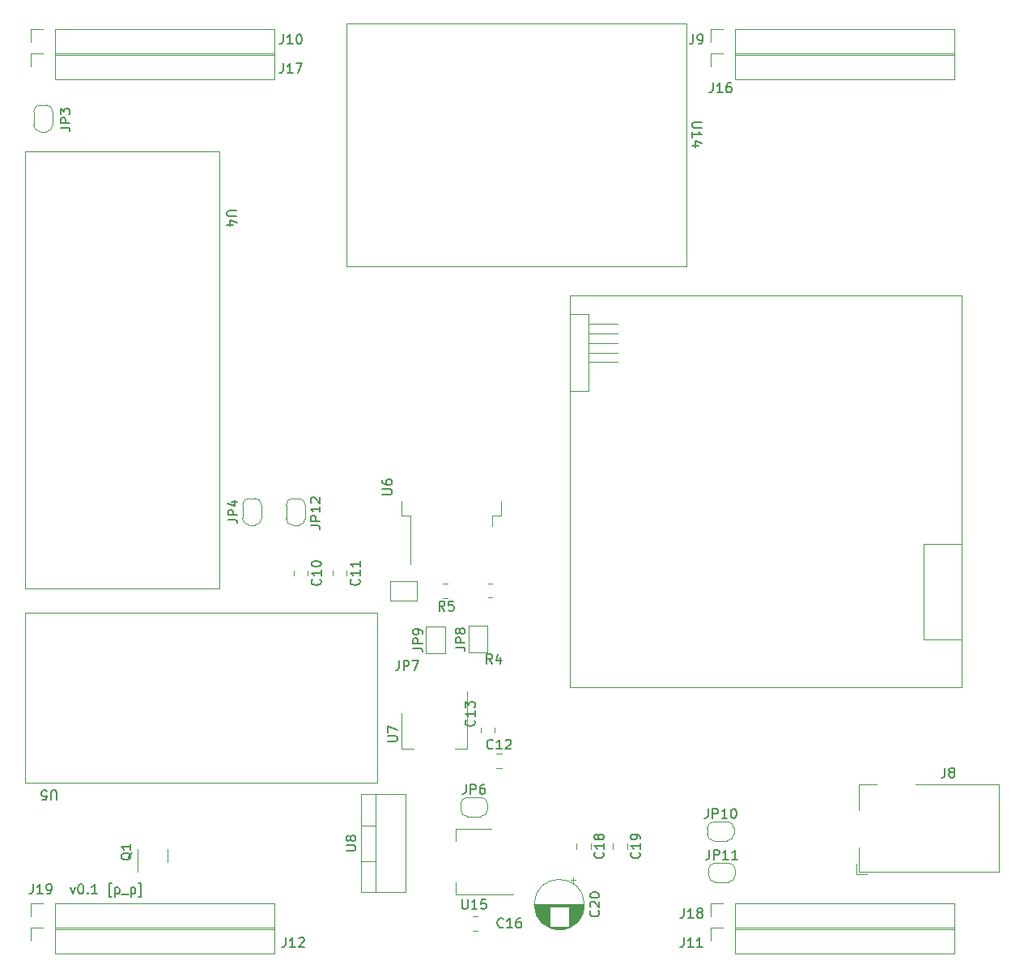
<source format=gbr>
%TF.GenerationSoftware,KiCad,Pcbnew,6.0.7-f9a2dced07~116~ubuntu20.04.1*%
%TF.CreationDate,2022-10-31T14:42:26+01:00*%
%TF.ProjectId,av_citynode_hw,61765f63-6974-4796-9e6f-64655f68772e,rev?*%
%TF.SameCoordinates,Original*%
%TF.FileFunction,Legend,Top*%
%TF.FilePolarity,Positive*%
%FSLAX46Y46*%
G04 Gerber Fmt 4.6, Leading zero omitted, Abs format (unit mm)*
G04 Created by KiCad (PCBNEW 6.0.7-f9a2dced07~116~ubuntu20.04.1) date 2022-10-31 14:42:26*
%MOMM*%
%LPD*%
G01*
G04 APERTURE LIST*
%ADD10C,0.150000*%
%ADD11C,0.120000*%
G04 APERTURE END LIST*
D10*
%TO.C,J10*%
X135334476Y-170902380D02*
X135334476Y-171616666D01*
X135286857Y-171759523D01*
X135191619Y-171854761D01*
X135048761Y-171902380D01*
X134953523Y-171902380D01*
X136334476Y-171902380D02*
X135763047Y-171902380D01*
X136048761Y-171902380D02*
X136048761Y-170902380D01*
X135953523Y-171045238D01*
X135858285Y-171140476D01*
X135763047Y-171188095D01*
X136953523Y-170902380D02*
X137048761Y-170902380D01*
X137144000Y-170950000D01*
X137191619Y-170997619D01*
X137239238Y-171092857D01*
X137286857Y-171283333D01*
X137286857Y-171521428D01*
X137239238Y-171711904D01*
X137191619Y-171807142D01*
X137144000Y-171854761D01*
X137048761Y-171902380D01*
X136953523Y-171902380D01*
X136858285Y-171854761D01*
X136810666Y-171807142D01*
X136763047Y-171711904D01*
X136715428Y-171521428D01*
X136715428Y-171283333D01*
X136763047Y-171092857D01*
X136810666Y-170997619D01*
X136858285Y-170950000D01*
X136953523Y-170902380D01*
%TO.C,U7*%
X146264380Y-244855904D02*
X147073904Y-244855904D01*
X147169142Y-244808285D01*
X147216761Y-244760666D01*
X147264380Y-244665428D01*
X147264380Y-244474952D01*
X147216761Y-244379714D01*
X147169142Y-244332095D01*
X147073904Y-244284476D01*
X146264380Y-244284476D01*
X146264380Y-243903523D02*
X146264380Y-243236857D01*
X147264380Y-243665428D01*
%TO.C,U6*%
X145710380Y-219020904D02*
X146519904Y-219020904D01*
X146615142Y-218973285D01*
X146662761Y-218925666D01*
X146710380Y-218830428D01*
X146710380Y-218639952D01*
X146662761Y-218544714D01*
X146615142Y-218497095D01*
X146519904Y-218449476D01*
X145710380Y-218449476D01*
X145710380Y-217544714D02*
X145710380Y-217735190D01*
X145758000Y-217830428D01*
X145805619Y-217878047D01*
X145948476Y-217973285D01*
X146138952Y-218020904D01*
X146519904Y-218020904D01*
X146615142Y-217973285D01*
X146662761Y-217925666D01*
X146710380Y-217830428D01*
X146710380Y-217639952D01*
X146662761Y-217544714D01*
X146615142Y-217497095D01*
X146519904Y-217449476D01*
X146281809Y-217449476D01*
X146186571Y-217497095D01*
X146138952Y-217544714D01*
X146091333Y-217639952D01*
X146091333Y-217830428D01*
X146138952Y-217925666D01*
X146186571Y-217973285D01*
X146281809Y-218020904D01*
%TO.C,Q1*%
X119487619Y-256508238D02*
X119440000Y-256603476D01*
X119344761Y-256698714D01*
X119201904Y-256841571D01*
X119154285Y-256936809D01*
X119154285Y-257032047D01*
X119392380Y-256984428D02*
X119344761Y-257079666D01*
X119249523Y-257174904D01*
X119059047Y-257222523D01*
X118725714Y-257222523D01*
X118535238Y-257174904D01*
X118440000Y-257079666D01*
X118392380Y-256984428D01*
X118392380Y-256793952D01*
X118440000Y-256698714D01*
X118535238Y-256603476D01*
X118725714Y-256555857D01*
X119059047Y-256555857D01*
X119249523Y-256603476D01*
X119344761Y-256698714D01*
X119392380Y-256793952D01*
X119392380Y-256984428D01*
X119392380Y-255603476D02*
X119392380Y-256174904D01*
X119392380Y-255889190D02*
X118392380Y-255889190D01*
X118535238Y-255984428D01*
X118630476Y-256079666D01*
X118678095Y-256174904D01*
%TO.C,C13*%
X155297142Y-242638857D02*
X155344761Y-242686476D01*
X155392380Y-242829333D01*
X155392380Y-242924571D01*
X155344761Y-243067428D01*
X155249523Y-243162666D01*
X155154285Y-243210285D01*
X154963809Y-243257904D01*
X154820952Y-243257904D01*
X154630476Y-243210285D01*
X154535238Y-243162666D01*
X154440000Y-243067428D01*
X154392380Y-242924571D01*
X154392380Y-242829333D01*
X154440000Y-242686476D01*
X154487619Y-242638857D01*
X155392380Y-241686476D02*
X155392380Y-242257904D01*
X155392380Y-241972190D02*
X154392380Y-241972190D01*
X154535238Y-242067428D01*
X154630476Y-242162666D01*
X154678095Y-242257904D01*
X154392380Y-241353142D02*
X154392380Y-240734095D01*
X154773333Y-241067428D01*
X154773333Y-240924571D01*
X154820952Y-240829333D01*
X154868571Y-240781714D01*
X154963809Y-240734095D01*
X155201904Y-240734095D01*
X155297142Y-240781714D01*
X155344761Y-240829333D01*
X155392380Y-240924571D01*
X155392380Y-241210285D01*
X155344761Y-241305523D01*
X155297142Y-241353142D01*
%TO.C,J11*%
X177244476Y-265390380D02*
X177244476Y-266104666D01*
X177196857Y-266247523D01*
X177101619Y-266342761D01*
X176958761Y-266390380D01*
X176863523Y-266390380D01*
X178244476Y-266390380D02*
X177673047Y-266390380D01*
X177958761Y-266390380D02*
X177958761Y-265390380D01*
X177863523Y-265533238D01*
X177768285Y-265628476D01*
X177673047Y-265676095D01*
X179196857Y-266390380D02*
X178625428Y-266390380D01*
X178911142Y-266390380D02*
X178911142Y-265390380D01*
X178815904Y-265533238D01*
X178720666Y-265628476D01*
X178625428Y-265676095D01*
%TO.C,J17*%
X135334476Y-173950380D02*
X135334476Y-174664666D01*
X135286857Y-174807523D01*
X135191619Y-174902761D01*
X135048761Y-174950380D01*
X134953523Y-174950380D01*
X136334476Y-174950380D02*
X135763047Y-174950380D01*
X136048761Y-174950380D02*
X136048761Y-173950380D01*
X135953523Y-174093238D01*
X135858285Y-174188476D01*
X135763047Y-174236095D01*
X136667809Y-173950380D02*
X137334476Y-173950380D01*
X136905904Y-174950380D01*
%TO.C,U5*%
X111632904Y-250991619D02*
X111632904Y-250182095D01*
X111585285Y-250086857D01*
X111537666Y-250039238D01*
X111442428Y-249991619D01*
X111251952Y-249991619D01*
X111156714Y-250039238D01*
X111109095Y-250086857D01*
X111061476Y-250182095D01*
X111061476Y-250991619D01*
X110109095Y-250991619D02*
X110585285Y-250991619D01*
X110632904Y-250515428D01*
X110585285Y-250563047D01*
X110490047Y-250610666D01*
X110251952Y-250610666D01*
X110156714Y-250563047D01*
X110109095Y-250515428D01*
X110061476Y-250420190D01*
X110061476Y-250182095D01*
X110109095Y-250086857D01*
X110156714Y-250039238D01*
X110251952Y-249991619D01*
X110490047Y-249991619D01*
X110585285Y-250039238D01*
X110632904Y-250086857D01*
%TO.C,J19*%
X109172476Y-259802380D02*
X109172476Y-260516666D01*
X109124857Y-260659523D01*
X109029619Y-260754761D01*
X108886761Y-260802380D01*
X108791523Y-260802380D01*
X110172476Y-260802380D02*
X109601047Y-260802380D01*
X109886761Y-260802380D02*
X109886761Y-259802380D01*
X109791523Y-259945238D01*
X109696285Y-260040476D01*
X109601047Y-260088095D01*
X110648666Y-260802380D02*
X110839142Y-260802380D01*
X110934380Y-260754761D01*
X110982000Y-260707142D01*
X111077238Y-260564285D01*
X111124857Y-260373809D01*
X111124857Y-259992857D01*
X111077238Y-259897619D01*
X111029619Y-259850000D01*
X110934380Y-259802380D01*
X110743904Y-259802380D01*
X110648666Y-259850000D01*
X110601047Y-259897619D01*
X110553428Y-259992857D01*
X110553428Y-260230952D01*
X110601047Y-260326190D01*
X110648666Y-260373809D01*
X110743904Y-260421428D01*
X110934380Y-260421428D01*
X111029619Y-260373809D01*
X111077238Y-260326190D01*
X111124857Y-260230952D01*
%TO.C,JP6*%
X154472666Y-249366380D02*
X154472666Y-250080666D01*
X154425047Y-250223523D01*
X154329809Y-250318761D01*
X154186952Y-250366380D01*
X154091714Y-250366380D01*
X154948857Y-250366380D02*
X154948857Y-249366380D01*
X155329809Y-249366380D01*
X155425047Y-249414000D01*
X155472666Y-249461619D01*
X155520285Y-249556857D01*
X155520285Y-249699714D01*
X155472666Y-249794952D01*
X155425047Y-249842571D01*
X155329809Y-249890190D01*
X154948857Y-249890190D01*
X156377428Y-249366380D02*
X156186952Y-249366380D01*
X156091714Y-249414000D01*
X156044095Y-249461619D01*
X155948857Y-249604476D01*
X155901238Y-249794952D01*
X155901238Y-250175904D01*
X155948857Y-250271142D01*
X155996476Y-250318761D01*
X156091714Y-250366380D01*
X156282190Y-250366380D01*
X156377428Y-250318761D01*
X156425047Y-250271142D01*
X156472666Y-250175904D01*
X156472666Y-249937809D01*
X156425047Y-249842571D01*
X156377428Y-249794952D01*
X156282190Y-249747333D01*
X156091714Y-249747333D01*
X155996476Y-249794952D01*
X155948857Y-249842571D01*
X155901238Y-249937809D01*
%TO.C,C19*%
X172598142Y-256481857D02*
X172645761Y-256529476D01*
X172693380Y-256672333D01*
X172693380Y-256767571D01*
X172645761Y-256910428D01*
X172550523Y-257005666D01*
X172455285Y-257053285D01*
X172264809Y-257100904D01*
X172121952Y-257100904D01*
X171931476Y-257053285D01*
X171836238Y-257005666D01*
X171741000Y-256910428D01*
X171693380Y-256767571D01*
X171693380Y-256672333D01*
X171741000Y-256529476D01*
X171788619Y-256481857D01*
X172693380Y-255529476D02*
X172693380Y-256100904D01*
X172693380Y-255815190D02*
X171693380Y-255815190D01*
X171836238Y-255910428D01*
X171931476Y-256005666D01*
X171979095Y-256100904D01*
X172693380Y-255053285D02*
X172693380Y-254862809D01*
X172645761Y-254767571D01*
X172598142Y-254719952D01*
X172455285Y-254624714D01*
X172264809Y-254577095D01*
X171883857Y-254577095D01*
X171788619Y-254624714D01*
X171741000Y-254672333D01*
X171693380Y-254767571D01*
X171693380Y-254958047D01*
X171741000Y-255053285D01*
X171788619Y-255100904D01*
X171883857Y-255148523D01*
X172121952Y-255148523D01*
X172217190Y-255100904D01*
X172264809Y-255053285D01*
X172312428Y-254958047D01*
X172312428Y-254767571D01*
X172264809Y-254672333D01*
X172217190Y-254624714D01*
X172121952Y-254577095D01*
%TO.C,U16*%
X113078095Y-260135714D02*
X113316190Y-260802380D01*
X113554285Y-260135714D01*
X114125714Y-259802380D02*
X114220952Y-259802380D01*
X114316190Y-259850000D01*
X114363809Y-259897619D01*
X114411428Y-259992857D01*
X114459047Y-260183333D01*
X114459047Y-260421428D01*
X114411428Y-260611904D01*
X114363809Y-260707142D01*
X114316190Y-260754761D01*
X114220952Y-260802380D01*
X114125714Y-260802380D01*
X114030476Y-260754761D01*
X113982857Y-260707142D01*
X113935238Y-260611904D01*
X113887619Y-260421428D01*
X113887619Y-260183333D01*
X113935238Y-259992857D01*
X113982857Y-259897619D01*
X114030476Y-259850000D01*
X114125714Y-259802380D01*
X114887619Y-260707142D02*
X114935238Y-260754761D01*
X114887619Y-260802380D01*
X114840000Y-260754761D01*
X114887619Y-260707142D01*
X114887619Y-260802380D01*
X115887619Y-260802380D02*
X115316190Y-260802380D01*
X115601904Y-260802380D02*
X115601904Y-259802380D01*
X115506666Y-259945238D01*
X115411428Y-260040476D01*
X115316190Y-260088095D01*
X117363809Y-261135714D02*
X117125714Y-261135714D01*
X117125714Y-259707142D01*
X117363809Y-259707142D01*
X117744761Y-260135714D02*
X117744761Y-261135714D01*
X117744761Y-260183333D02*
X117840000Y-260135714D01*
X118030476Y-260135714D01*
X118125714Y-260183333D01*
X118173333Y-260230952D01*
X118220952Y-260326190D01*
X118220952Y-260611904D01*
X118173333Y-260707142D01*
X118125714Y-260754761D01*
X118030476Y-260802380D01*
X117840000Y-260802380D01*
X117744761Y-260754761D01*
X118411428Y-260897619D02*
X119173333Y-260897619D01*
X119411428Y-260135714D02*
X119411428Y-261135714D01*
X119411428Y-260183333D02*
X119506666Y-260135714D01*
X119697142Y-260135714D01*
X119792380Y-260183333D01*
X119840000Y-260230952D01*
X119887619Y-260326190D01*
X119887619Y-260611904D01*
X119840000Y-260707142D01*
X119792380Y-260754761D01*
X119697142Y-260802380D01*
X119506666Y-260802380D01*
X119411428Y-260754761D01*
X120220952Y-261135714D02*
X120459047Y-261135714D01*
X120459047Y-259707142D01*
X120220952Y-259707142D01*
%TO.C,C12*%
X157279142Y-245565142D02*
X157231523Y-245612761D01*
X157088666Y-245660380D01*
X156993428Y-245660380D01*
X156850571Y-245612761D01*
X156755333Y-245517523D01*
X156707714Y-245422285D01*
X156660095Y-245231809D01*
X156660095Y-245088952D01*
X156707714Y-244898476D01*
X156755333Y-244803238D01*
X156850571Y-244708000D01*
X156993428Y-244660380D01*
X157088666Y-244660380D01*
X157231523Y-244708000D01*
X157279142Y-244755619D01*
X158231523Y-245660380D02*
X157660095Y-245660380D01*
X157945809Y-245660380D02*
X157945809Y-244660380D01*
X157850571Y-244803238D01*
X157755333Y-244898476D01*
X157660095Y-244946095D01*
X158612476Y-244755619D02*
X158660095Y-244708000D01*
X158755333Y-244660380D01*
X158993428Y-244660380D01*
X159088666Y-244708000D01*
X159136285Y-244755619D01*
X159183904Y-244850857D01*
X159183904Y-244946095D01*
X159136285Y-245088952D01*
X158564857Y-245660380D01*
X159183904Y-245660380D01*
%TO.C,JP9*%
X148909380Y-235111333D02*
X149623666Y-235111333D01*
X149766523Y-235158952D01*
X149861761Y-235254190D01*
X149909380Y-235397047D01*
X149909380Y-235492285D01*
X149909380Y-234635142D02*
X148909380Y-234635142D01*
X148909380Y-234254190D01*
X148957000Y-234158952D01*
X149004619Y-234111333D01*
X149099857Y-234063714D01*
X149242714Y-234063714D01*
X149337952Y-234111333D01*
X149385571Y-234158952D01*
X149433190Y-234254190D01*
X149433190Y-234635142D01*
X149909380Y-233587523D02*
X149909380Y-233397047D01*
X149861761Y-233301809D01*
X149814142Y-233254190D01*
X149671285Y-233158952D01*
X149480809Y-233111333D01*
X149099857Y-233111333D01*
X149004619Y-233158952D01*
X148957000Y-233206571D01*
X148909380Y-233301809D01*
X148909380Y-233492285D01*
X148957000Y-233587523D01*
X149004619Y-233635142D01*
X149099857Y-233682761D01*
X149337952Y-233682761D01*
X149433190Y-233635142D01*
X149480809Y-233587523D01*
X149528428Y-233492285D01*
X149528428Y-233301809D01*
X149480809Y-233206571D01*
X149433190Y-233158952D01*
X149337952Y-233111333D01*
%TO.C,J12*%
X135588476Y-265390380D02*
X135588476Y-266104666D01*
X135540857Y-266247523D01*
X135445619Y-266342761D01*
X135302761Y-266390380D01*
X135207523Y-266390380D01*
X136588476Y-266390380D02*
X136017047Y-266390380D01*
X136302761Y-266390380D02*
X136302761Y-265390380D01*
X136207523Y-265533238D01*
X136112285Y-265628476D01*
X136017047Y-265676095D01*
X136969428Y-265485619D02*
X137017047Y-265438000D01*
X137112285Y-265390380D01*
X137350380Y-265390380D01*
X137445619Y-265438000D01*
X137493238Y-265485619D01*
X137540857Y-265580857D01*
X137540857Y-265676095D01*
X137493238Y-265818952D01*
X136921809Y-266390380D01*
X137540857Y-266390380D01*
%TO.C,C11*%
X143261142Y-227906857D02*
X143308761Y-227954476D01*
X143356380Y-228097333D01*
X143356380Y-228192571D01*
X143308761Y-228335428D01*
X143213523Y-228430666D01*
X143118285Y-228478285D01*
X142927809Y-228525904D01*
X142784952Y-228525904D01*
X142594476Y-228478285D01*
X142499238Y-228430666D01*
X142404000Y-228335428D01*
X142356380Y-228192571D01*
X142356380Y-228097333D01*
X142404000Y-227954476D01*
X142451619Y-227906857D01*
X143356380Y-226954476D02*
X143356380Y-227525904D01*
X143356380Y-227240190D02*
X142356380Y-227240190D01*
X142499238Y-227335428D01*
X142594476Y-227430666D01*
X142642095Y-227525904D01*
X143356380Y-226002095D02*
X143356380Y-226573523D01*
X143356380Y-226287809D02*
X142356380Y-226287809D01*
X142499238Y-226383047D01*
X142594476Y-226478285D01*
X142642095Y-226573523D01*
%TO.C,U4*%
X130468619Y-189357095D02*
X129659095Y-189357095D01*
X129563857Y-189404714D01*
X129516238Y-189452333D01*
X129468619Y-189547571D01*
X129468619Y-189738047D01*
X129516238Y-189833285D01*
X129563857Y-189880904D01*
X129659095Y-189928523D01*
X130468619Y-189928523D01*
X130135285Y-190833285D02*
X129468619Y-190833285D01*
X130516238Y-190595190D02*
X129801952Y-190357095D01*
X129801952Y-190976142D01*
%TO.C,R4*%
X157209833Y-236745380D02*
X156876500Y-236269190D01*
X156638404Y-236745380D02*
X156638404Y-235745380D01*
X157019357Y-235745380D01*
X157114595Y-235793000D01*
X157162214Y-235840619D01*
X157209833Y-235935857D01*
X157209833Y-236078714D01*
X157162214Y-236173952D01*
X157114595Y-236221571D01*
X157019357Y-236269190D01*
X156638404Y-236269190D01*
X158066976Y-236078714D02*
X158066976Y-236745380D01*
X157828880Y-235697761D02*
X157590785Y-236412047D01*
X158209833Y-236412047D01*
%TO.C,JP10*%
X179777476Y-251906380D02*
X179777476Y-252620666D01*
X179729857Y-252763523D01*
X179634619Y-252858761D01*
X179491761Y-252906380D01*
X179396523Y-252906380D01*
X180253666Y-252906380D02*
X180253666Y-251906380D01*
X180634619Y-251906380D01*
X180729857Y-251954000D01*
X180777476Y-252001619D01*
X180825095Y-252096857D01*
X180825095Y-252239714D01*
X180777476Y-252334952D01*
X180729857Y-252382571D01*
X180634619Y-252430190D01*
X180253666Y-252430190D01*
X181777476Y-252906380D02*
X181206047Y-252906380D01*
X181491761Y-252906380D02*
X181491761Y-251906380D01*
X181396523Y-252049238D01*
X181301285Y-252144476D01*
X181206047Y-252192095D01*
X182396523Y-251906380D02*
X182491761Y-251906380D01*
X182587000Y-251954000D01*
X182634619Y-252001619D01*
X182682238Y-252096857D01*
X182729857Y-252287333D01*
X182729857Y-252525428D01*
X182682238Y-252715904D01*
X182634619Y-252811142D01*
X182587000Y-252858761D01*
X182491761Y-252906380D01*
X182396523Y-252906380D01*
X182301285Y-252858761D01*
X182253666Y-252811142D01*
X182206047Y-252715904D01*
X182158428Y-252525428D01*
X182158428Y-252287333D01*
X182206047Y-252096857D01*
X182253666Y-252001619D01*
X182301285Y-251954000D01*
X182396523Y-251906380D01*
%TO.C,JP11*%
X179904476Y-256224380D02*
X179904476Y-256938666D01*
X179856857Y-257081523D01*
X179761619Y-257176761D01*
X179618761Y-257224380D01*
X179523523Y-257224380D01*
X180380666Y-257224380D02*
X180380666Y-256224380D01*
X180761619Y-256224380D01*
X180856857Y-256272000D01*
X180904476Y-256319619D01*
X180952095Y-256414857D01*
X180952095Y-256557714D01*
X180904476Y-256652952D01*
X180856857Y-256700571D01*
X180761619Y-256748190D01*
X180380666Y-256748190D01*
X181904476Y-257224380D02*
X181333047Y-257224380D01*
X181618761Y-257224380D02*
X181618761Y-256224380D01*
X181523523Y-256367238D01*
X181428285Y-256462476D01*
X181333047Y-256510095D01*
X182856857Y-257224380D02*
X182285428Y-257224380D01*
X182571142Y-257224380D02*
X182571142Y-256224380D01*
X182475904Y-256367238D01*
X182380666Y-256462476D01*
X182285428Y-256510095D01*
%TO.C,J16*%
X180292476Y-175982380D02*
X180292476Y-176696666D01*
X180244857Y-176839523D01*
X180149619Y-176934761D01*
X180006761Y-176982380D01*
X179911523Y-176982380D01*
X181292476Y-176982380D02*
X180721047Y-176982380D01*
X181006761Y-176982380D02*
X181006761Y-175982380D01*
X180911523Y-176125238D01*
X180816285Y-176220476D01*
X180721047Y-176268095D01*
X182149619Y-175982380D02*
X181959142Y-175982380D01*
X181863904Y-176030000D01*
X181816285Y-176077619D01*
X181721047Y-176220476D01*
X181673428Y-176410952D01*
X181673428Y-176791904D01*
X181721047Y-176887142D01*
X181768666Y-176934761D01*
X181863904Y-176982380D01*
X182054380Y-176982380D01*
X182149619Y-176934761D01*
X182197238Y-176887142D01*
X182244857Y-176791904D01*
X182244857Y-176553809D01*
X182197238Y-176458571D01*
X182149619Y-176410952D01*
X182054380Y-176363333D01*
X181863904Y-176363333D01*
X181768666Y-176410952D01*
X181721047Y-176458571D01*
X181673428Y-176553809D01*
%TO.C,JP12*%
X138204380Y-222289523D02*
X138918666Y-222289523D01*
X139061523Y-222337142D01*
X139156761Y-222432380D01*
X139204380Y-222575238D01*
X139204380Y-222670476D01*
X139204380Y-221813333D02*
X138204380Y-221813333D01*
X138204380Y-221432380D01*
X138252000Y-221337142D01*
X138299619Y-221289523D01*
X138394857Y-221241904D01*
X138537714Y-221241904D01*
X138632952Y-221289523D01*
X138680571Y-221337142D01*
X138728190Y-221432380D01*
X138728190Y-221813333D01*
X139204380Y-220289523D02*
X139204380Y-220860952D01*
X139204380Y-220575238D02*
X138204380Y-220575238D01*
X138347238Y-220670476D01*
X138442476Y-220765714D01*
X138490095Y-220860952D01*
X138299619Y-219908571D02*
X138252000Y-219860952D01*
X138204380Y-219765714D01*
X138204380Y-219527619D01*
X138252000Y-219432380D01*
X138299619Y-219384761D01*
X138394857Y-219337142D01*
X138490095Y-219337142D01*
X138632952Y-219384761D01*
X139204380Y-219956190D01*
X139204380Y-219337142D01*
%TO.C,J18*%
X177244476Y-262342380D02*
X177244476Y-263056666D01*
X177196857Y-263199523D01*
X177101619Y-263294761D01*
X176958761Y-263342380D01*
X176863523Y-263342380D01*
X178244476Y-263342380D02*
X177673047Y-263342380D01*
X177958761Y-263342380D02*
X177958761Y-262342380D01*
X177863523Y-262485238D01*
X177768285Y-262580476D01*
X177673047Y-262628095D01*
X178815904Y-262770952D02*
X178720666Y-262723333D01*
X178673047Y-262675714D01*
X178625428Y-262580476D01*
X178625428Y-262532857D01*
X178673047Y-262437619D01*
X178720666Y-262390000D01*
X178815904Y-262342380D01*
X179006380Y-262342380D01*
X179101619Y-262390000D01*
X179149238Y-262437619D01*
X179196857Y-262532857D01*
X179196857Y-262580476D01*
X179149238Y-262675714D01*
X179101619Y-262723333D01*
X179006380Y-262770952D01*
X178815904Y-262770952D01*
X178720666Y-262818571D01*
X178673047Y-262866190D01*
X178625428Y-262961428D01*
X178625428Y-263151904D01*
X178673047Y-263247142D01*
X178720666Y-263294761D01*
X178815904Y-263342380D01*
X179006380Y-263342380D01*
X179101619Y-263294761D01*
X179149238Y-263247142D01*
X179196857Y-263151904D01*
X179196857Y-262961428D01*
X179149238Y-262866190D01*
X179101619Y-262818571D01*
X179006380Y-262770952D01*
%TO.C,JP7*%
X147463466Y-236434380D02*
X147463466Y-237148666D01*
X147415847Y-237291523D01*
X147320609Y-237386761D01*
X147177752Y-237434380D01*
X147082514Y-237434380D01*
X147939657Y-237434380D02*
X147939657Y-236434380D01*
X148320609Y-236434380D01*
X148415847Y-236482000D01*
X148463466Y-236529619D01*
X148511085Y-236624857D01*
X148511085Y-236767714D01*
X148463466Y-236862952D01*
X148415847Y-236910571D01*
X148320609Y-236958190D01*
X147939657Y-236958190D01*
X148844419Y-236434380D02*
X149511085Y-236434380D01*
X149082514Y-237434380D01*
%TO.C,C10*%
X139197142Y-227906857D02*
X139244761Y-227954476D01*
X139292380Y-228097333D01*
X139292380Y-228192571D01*
X139244761Y-228335428D01*
X139149523Y-228430666D01*
X139054285Y-228478285D01*
X138863809Y-228525904D01*
X138720952Y-228525904D01*
X138530476Y-228478285D01*
X138435238Y-228430666D01*
X138340000Y-228335428D01*
X138292380Y-228192571D01*
X138292380Y-228097333D01*
X138340000Y-227954476D01*
X138387619Y-227906857D01*
X139292380Y-226954476D02*
X139292380Y-227525904D01*
X139292380Y-227240190D02*
X138292380Y-227240190D01*
X138435238Y-227335428D01*
X138530476Y-227430666D01*
X138578095Y-227525904D01*
X138292380Y-226335428D02*
X138292380Y-226240190D01*
X138340000Y-226144952D01*
X138387619Y-226097333D01*
X138482857Y-226049714D01*
X138673333Y-226002095D01*
X138911428Y-226002095D01*
X139101904Y-226049714D01*
X139197142Y-226097333D01*
X139244761Y-226144952D01*
X139292380Y-226240190D01*
X139292380Y-226335428D01*
X139244761Y-226430666D01*
X139197142Y-226478285D01*
X139101904Y-226525904D01*
X138911428Y-226573523D01*
X138673333Y-226573523D01*
X138482857Y-226525904D01*
X138387619Y-226478285D01*
X138340000Y-226430666D01*
X138292380Y-226335428D01*
%TO.C,U8*%
X141923380Y-256285904D02*
X142732904Y-256285904D01*
X142828142Y-256238285D01*
X142875761Y-256190666D01*
X142923380Y-256095428D01*
X142923380Y-255904952D01*
X142875761Y-255809714D01*
X142828142Y-255762095D01*
X142732904Y-255714476D01*
X141923380Y-255714476D01*
X142351952Y-255095428D02*
X142304333Y-255190666D01*
X142256714Y-255238285D01*
X142161476Y-255285904D01*
X142113857Y-255285904D01*
X142018619Y-255238285D01*
X141971000Y-255190666D01*
X141923380Y-255095428D01*
X141923380Y-254904952D01*
X141971000Y-254809714D01*
X142018619Y-254762095D01*
X142113857Y-254714476D01*
X142161476Y-254714476D01*
X142256714Y-254762095D01*
X142304333Y-254809714D01*
X142351952Y-254904952D01*
X142351952Y-255095428D01*
X142399571Y-255190666D01*
X142447190Y-255238285D01*
X142542428Y-255285904D01*
X142732904Y-255285904D01*
X142828142Y-255238285D01*
X142875761Y-255190666D01*
X142923380Y-255095428D01*
X142923380Y-254904952D01*
X142875761Y-254809714D01*
X142828142Y-254762095D01*
X142732904Y-254714476D01*
X142542428Y-254714476D01*
X142447190Y-254762095D01*
X142399571Y-254809714D01*
X142351952Y-254904952D01*
%TO.C,C18*%
X168788142Y-256481857D02*
X168835761Y-256529476D01*
X168883380Y-256672333D01*
X168883380Y-256767571D01*
X168835761Y-256910428D01*
X168740523Y-257005666D01*
X168645285Y-257053285D01*
X168454809Y-257100904D01*
X168311952Y-257100904D01*
X168121476Y-257053285D01*
X168026238Y-257005666D01*
X167931000Y-256910428D01*
X167883380Y-256767571D01*
X167883380Y-256672333D01*
X167931000Y-256529476D01*
X167978619Y-256481857D01*
X168883380Y-255529476D02*
X168883380Y-256100904D01*
X168883380Y-255815190D02*
X167883380Y-255815190D01*
X168026238Y-255910428D01*
X168121476Y-256005666D01*
X168169095Y-256100904D01*
X168311952Y-254958047D02*
X168264333Y-255053285D01*
X168216714Y-255100904D01*
X168121476Y-255148523D01*
X168073857Y-255148523D01*
X167978619Y-255100904D01*
X167931000Y-255053285D01*
X167883380Y-254958047D01*
X167883380Y-254767571D01*
X167931000Y-254672333D01*
X167978619Y-254624714D01*
X168073857Y-254577095D01*
X168121476Y-254577095D01*
X168216714Y-254624714D01*
X168264333Y-254672333D01*
X168311952Y-254767571D01*
X168311952Y-254958047D01*
X168359571Y-255053285D01*
X168407190Y-255100904D01*
X168502428Y-255148523D01*
X168692904Y-255148523D01*
X168788142Y-255100904D01*
X168835761Y-255053285D01*
X168883380Y-254958047D01*
X168883380Y-254767571D01*
X168835761Y-254672333D01*
X168788142Y-254624714D01*
X168692904Y-254577095D01*
X168502428Y-254577095D01*
X168407190Y-254624714D01*
X168359571Y-254672333D01*
X168311952Y-254767571D01*
%TO.C,JP4*%
X129568380Y-221671333D02*
X130282666Y-221671333D01*
X130425523Y-221718952D01*
X130520761Y-221814190D01*
X130568380Y-221957047D01*
X130568380Y-222052285D01*
X130568380Y-221195142D02*
X129568380Y-221195142D01*
X129568380Y-220814190D01*
X129616000Y-220718952D01*
X129663619Y-220671333D01*
X129758857Y-220623714D01*
X129901714Y-220623714D01*
X129996952Y-220671333D01*
X130044571Y-220718952D01*
X130092190Y-220814190D01*
X130092190Y-221195142D01*
X129901714Y-219766571D02*
X130568380Y-219766571D01*
X129520761Y-220004666D02*
X130235047Y-220242761D01*
X130235047Y-219623714D01*
%TO.C,R5*%
X152233333Y-231211380D02*
X151900000Y-230735190D01*
X151661904Y-231211380D02*
X151661904Y-230211380D01*
X152042857Y-230211380D01*
X152138095Y-230259000D01*
X152185714Y-230306619D01*
X152233333Y-230401857D01*
X152233333Y-230544714D01*
X152185714Y-230639952D01*
X152138095Y-230687571D01*
X152042857Y-230735190D01*
X151661904Y-230735190D01*
X153138095Y-230211380D02*
X152661904Y-230211380D01*
X152614285Y-230687571D01*
X152661904Y-230639952D01*
X152757142Y-230592333D01*
X152995238Y-230592333D01*
X153090476Y-230639952D01*
X153138095Y-230687571D01*
X153185714Y-230782809D01*
X153185714Y-231020904D01*
X153138095Y-231116142D01*
X153090476Y-231163761D01*
X152995238Y-231211380D01*
X152757142Y-231211380D01*
X152661904Y-231163761D01*
X152614285Y-231116142D01*
%TO.C,U14*%
X179109619Y-180117904D02*
X178300095Y-180117904D01*
X178204857Y-180165523D01*
X178157238Y-180213142D01*
X178109619Y-180308380D01*
X178109619Y-180498857D01*
X178157238Y-180594095D01*
X178204857Y-180641714D01*
X178300095Y-180689333D01*
X179109619Y-180689333D01*
X178109619Y-181689333D02*
X178109619Y-181117904D01*
X178109619Y-181403619D02*
X179109619Y-181403619D01*
X178966761Y-181308380D01*
X178871523Y-181213142D01*
X178823904Y-181117904D01*
X178776285Y-182546476D02*
X178109619Y-182546476D01*
X179157238Y-182308380D02*
X178442952Y-182070285D01*
X178442952Y-182689333D01*
%TO.C,JP8*%
X153354380Y-235021333D02*
X154068666Y-235021333D01*
X154211523Y-235068952D01*
X154306761Y-235164190D01*
X154354380Y-235307047D01*
X154354380Y-235402285D01*
X154354380Y-234545142D02*
X153354380Y-234545142D01*
X153354380Y-234164190D01*
X153402000Y-234068952D01*
X153449619Y-234021333D01*
X153544857Y-233973714D01*
X153687714Y-233973714D01*
X153782952Y-234021333D01*
X153830571Y-234068952D01*
X153878190Y-234164190D01*
X153878190Y-234545142D01*
X153782952Y-233402285D02*
X153735333Y-233497523D01*
X153687714Y-233545142D01*
X153592476Y-233592761D01*
X153544857Y-233592761D01*
X153449619Y-233545142D01*
X153402000Y-233497523D01*
X153354380Y-233402285D01*
X153354380Y-233211809D01*
X153402000Y-233116571D01*
X153449619Y-233068952D01*
X153544857Y-233021333D01*
X153592476Y-233021333D01*
X153687714Y-233068952D01*
X153735333Y-233116571D01*
X153782952Y-233211809D01*
X153782952Y-233402285D01*
X153830571Y-233497523D01*
X153878190Y-233545142D01*
X153973428Y-233592761D01*
X154163904Y-233592761D01*
X154259142Y-233545142D01*
X154306761Y-233497523D01*
X154354380Y-233402285D01*
X154354380Y-233211809D01*
X154306761Y-233116571D01*
X154259142Y-233068952D01*
X154163904Y-233021333D01*
X153973428Y-233021333D01*
X153878190Y-233068952D01*
X153830571Y-233116571D01*
X153782952Y-233211809D01*
%TO.C,C20*%
X168318142Y-262561745D02*
X168365761Y-262609364D01*
X168413380Y-262752221D01*
X168413380Y-262847459D01*
X168365761Y-262990316D01*
X168270523Y-263085554D01*
X168175285Y-263133173D01*
X167984809Y-263180792D01*
X167841952Y-263180792D01*
X167651476Y-263133173D01*
X167556238Y-263085554D01*
X167461000Y-262990316D01*
X167413380Y-262847459D01*
X167413380Y-262752221D01*
X167461000Y-262609364D01*
X167508619Y-262561745D01*
X167508619Y-262180792D02*
X167461000Y-262133173D01*
X167413380Y-262037935D01*
X167413380Y-261799840D01*
X167461000Y-261704602D01*
X167508619Y-261656983D01*
X167603857Y-261609364D01*
X167699095Y-261609364D01*
X167841952Y-261656983D01*
X168413380Y-262228411D01*
X168413380Y-261609364D01*
X167413380Y-260990316D02*
X167413380Y-260895078D01*
X167461000Y-260799840D01*
X167508619Y-260752221D01*
X167603857Y-260704602D01*
X167794333Y-260656983D01*
X168032428Y-260656983D01*
X168222904Y-260704602D01*
X168318142Y-260752221D01*
X168365761Y-260799840D01*
X168413380Y-260895078D01*
X168413380Y-260990316D01*
X168365761Y-261085554D01*
X168318142Y-261133173D01*
X168222904Y-261180792D01*
X168032428Y-261228411D01*
X167794333Y-261228411D01*
X167603857Y-261180792D01*
X167508619Y-261133173D01*
X167461000Y-261085554D01*
X167413380Y-260990316D01*
%TO.C,C16*%
X158361142Y-264263142D02*
X158313523Y-264310761D01*
X158170666Y-264358380D01*
X158075428Y-264358380D01*
X157932571Y-264310761D01*
X157837333Y-264215523D01*
X157789714Y-264120285D01*
X157742095Y-263929809D01*
X157742095Y-263786952D01*
X157789714Y-263596476D01*
X157837333Y-263501238D01*
X157932571Y-263406000D01*
X158075428Y-263358380D01*
X158170666Y-263358380D01*
X158313523Y-263406000D01*
X158361142Y-263453619D01*
X159313523Y-264358380D02*
X158742095Y-264358380D01*
X159027809Y-264358380D02*
X159027809Y-263358380D01*
X158932571Y-263501238D01*
X158837333Y-263596476D01*
X158742095Y-263644095D01*
X160170666Y-263358380D02*
X159980190Y-263358380D01*
X159884952Y-263406000D01*
X159837333Y-263453619D01*
X159742095Y-263596476D01*
X159694476Y-263786952D01*
X159694476Y-264167904D01*
X159742095Y-264263142D01*
X159789714Y-264310761D01*
X159884952Y-264358380D01*
X160075428Y-264358380D01*
X160170666Y-264310761D01*
X160218285Y-264263142D01*
X160265904Y-264167904D01*
X160265904Y-263929809D01*
X160218285Y-263834571D01*
X160170666Y-263786952D01*
X160075428Y-263739333D01*
X159884952Y-263739333D01*
X159789714Y-263786952D01*
X159742095Y-263834571D01*
X159694476Y-263929809D01*
%TO.C,U15*%
X154057904Y-261381380D02*
X154057904Y-262190904D01*
X154105523Y-262286142D01*
X154153142Y-262333761D01*
X154248380Y-262381380D01*
X154438857Y-262381380D01*
X154534095Y-262333761D01*
X154581714Y-262286142D01*
X154629333Y-262190904D01*
X154629333Y-261381380D01*
X155629333Y-262381380D02*
X155057904Y-262381380D01*
X155343619Y-262381380D02*
X155343619Y-261381380D01*
X155248380Y-261524238D01*
X155153142Y-261619476D01*
X155057904Y-261667095D01*
X156534095Y-261381380D02*
X156057904Y-261381380D01*
X156010285Y-261857571D01*
X156057904Y-261809952D01*
X156153142Y-261762333D01*
X156391238Y-261762333D01*
X156486476Y-261809952D01*
X156534095Y-261857571D01*
X156581714Y-261952809D01*
X156581714Y-262190904D01*
X156534095Y-262286142D01*
X156486476Y-262333761D01*
X156391238Y-262381380D01*
X156153142Y-262381380D01*
X156057904Y-262333761D01*
X156010285Y-262286142D01*
%TO.C,JP3*%
X112042380Y-180665333D02*
X112756666Y-180665333D01*
X112899523Y-180712952D01*
X112994761Y-180808190D01*
X113042380Y-180951047D01*
X113042380Y-181046285D01*
X113042380Y-180189142D02*
X112042380Y-180189142D01*
X112042380Y-179808190D01*
X112090000Y-179712952D01*
X112137619Y-179665333D01*
X112232857Y-179617714D01*
X112375714Y-179617714D01*
X112470952Y-179665333D01*
X112518571Y-179712952D01*
X112566190Y-179808190D01*
X112566190Y-180189142D01*
X112042380Y-179284380D02*
X112042380Y-178665333D01*
X112423333Y-178998666D01*
X112423333Y-178855809D01*
X112470952Y-178760571D01*
X112518571Y-178712952D01*
X112613809Y-178665333D01*
X112851904Y-178665333D01*
X112947142Y-178712952D01*
X112994761Y-178760571D01*
X113042380Y-178855809D01*
X113042380Y-179141523D01*
X112994761Y-179236761D01*
X112947142Y-179284380D01*
%TO.C,J8*%
X204554666Y-247643880D02*
X204554666Y-248358166D01*
X204507047Y-248501023D01*
X204411809Y-248596261D01*
X204268952Y-248643880D01*
X204173714Y-248643880D01*
X205173714Y-248072452D02*
X205078476Y-248024833D01*
X205030857Y-247977214D01*
X204983238Y-247881976D01*
X204983238Y-247834357D01*
X205030857Y-247739119D01*
X205078476Y-247691500D01*
X205173714Y-247643880D01*
X205364190Y-247643880D01*
X205459428Y-247691500D01*
X205507047Y-247739119D01*
X205554666Y-247834357D01*
X205554666Y-247881976D01*
X205507047Y-247977214D01*
X205459428Y-248024833D01*
X205364190Y-248072452D01*
X205173714Y-248072452D01*
X205078476Y-248120071D01*
X205030857Y-248167690D01*
X204983238Y-248262928D01*
X204983238Y-248453404D01*
X205030857Y-248548642D01*
X205078476Y-248596261D01*
X205173714Y-248643880D01*
X205364190Y-248643880D01*
X205459428Y-248596261D01*
X205507047Y-248548642D01*
X205554666Y-248453404D01*
X205554666Y-248262928D01*
X205507047Y-248167690D01*
X205459428Y-248120071D01*
X205364190Y-248072452D01*
%TO.C,J9*%
X178228666Y-170902380D02*
X178228666Y-171616666D01*
X178181047Y-171759523D01*
X178085809Y-171854761D01*
X177942952Y-171902380D01*
X177847714Y-171902380D01*
X178752476Y-171902380D02*
X178942952Y-171902380D01*
X179038190Y-171854761D01*
X179085809Y-171807142D01*
X179181047Y-171664285D01*
X179228666Y-171473809D01*
X179228666Y-171092857D01*
X179181047Y-170997619D01*
X179133428Y-170950000D01*
X179038190Y-170902380D01*
X178847714Y-170902380D01*
X178752476Y-170950000D01*
X178704857Y-170997619D01*
X178657238Y-171092857D01*
X178657238Y-171330952D01*
X178704857Y-171426190D01*
X178752476Y-171473809D01*
X178847714Y-171521428D01*
X179038190Y-171521428D01*
X179133428Y-171473809D01*
X179181047Y-171426190D01*
X179228666Y-171330952D01*
D11*
%TO.C,J10*%
X111506000Y-173034000D02*
X111506000Y-170374000D01*
X108906000Y-170374000D02*
X110236000Y-170374000D01*
X111506000Y-170374000D02*
X134426000Y-170374000D01*
X111506000Y-173034000D02*
X134426000Y-173034000D01*
X134426000Y-173034000D02*
X134426000Y-170374000D01*
X108906000Y-171704000D02*
X108906000Y-170374000D01*
%TO.C,U7*%
X154540000Y-245648000D02*
X153280000Y-245648000D01*
X154540000Y-239638000D02*
X154540000Y-245648000D01*
X147720000Y-245648000D02*
X148980000Y-245648000D01*
X147720000Y-241888000D02*
X147720000Y-245648000D01*
%TO.C,U13*%
X167301000Y-202194000D02*
X170301000Y-202194000D01*
X167301000Y-204194000D02*
X170301000Y-204194000D01*
X167301000Y-203194000D02*
X170301000Y-203194000D01*
X167301000Y-205194000D02*
X170301000Y-205194000D01*
X167301000Y-201194000D02*
X170301000Y-201194000D01*
X165301000Y-200194000D02*
X167301000Y-200194000D01*
X167301000Y-200194000D02*
X167301000Y-208194000D01*
X167301000Y-208194000D02*
X165301000Y-208194000D01*
X165301000Y-208194000D02*
X165301000Y-200194000D01*
X206301000Y-198194000D02*
X165301000Y-198194000D01*
X165301000Y-198194000D02*
X165301000Y-239194000D01*
X165301000Y-239194000D02*
X206301000Y-239194000D01*
X206301000Y-239194000D02*
X206301000Y-198194000D01*
X206301000Y-234194000D02*
X202301000Y-234194000D01*
X202301000Y-234194000D02*
X202301000Y-224194000D01*
X202301000Y-224194000D02*
X206301000Y-224194000D01*
X206301000Y-224194000D02*
X206301000Y-234194000D01*
%TO.C,U6*%
X158108000Y-219709000D02*
X158108000Y-221209000D01*
X147708000Y-221209000D02*
X148658000Y-221209000D01*
X158108000Y-221209000D02*
X157158000Y-221209000D01*
X148658000Y-221209000D02*
X148658000Y-226334000D01*
X147708000Y-219709000D02*
X147708000Y-221209000D01*
X157158000Y-221209000D02*
X157158000Y-222309000D01*
%TO.C,Q1*%
X123226000Y-256794000D02*
X123226000Y-257444000D01*
X120106000Y-256794000D02*
X120106000Y-258469000D01*
X123226000Y-256794000D02*
X123226000Y-256144000D01*
X120106000Y-256794000D02*
X120106000Y-256144000D01*
%TO.C,C13*%
X157453000Y-243974252D02*
X157453000Y-243451748D01*
X155983000Y-243974252D02*
X155983000Y-243451748D01*
%TO.C,J11*%
X180026000Y-264354000D02*
X181356000Y-264354000D01*
X182626000Y-264354000D02*
X205546000Y-264354000D01*
X182626000Y-267014000D02*
X205546000Y-267014000D01*
X182626000Y-267014000D02*
X182626000Y-264354000D01*
X205546000Y-267014000D02*
X205546000Y-264354000D01*
X180026000Y-265684000D02*
X180026000Y-264354000D01*
%TO.C,J17*%
X111506000Y-172914000D02*
X134426000Y-172914000D01*
X111506000Y-175574000D02*
X134426000Y-175574000D01*
X111506000Y-175574000D02*
X111506000Y-172914000D01*
X108906000Y-172914000D02*
X110236000Y-172914000D01*
X134426000Y-175574000D02*
X134426000Y-172914000D01*
X108906000Y-174244000D02*
X108906000Y-172914000D01*
%TO.C,U5*%
X108331000Y-249174000D02*
X108331000Y-231394000D01*
X108331000Y-231394000D02*
X145161000Y-231394000D01*
X145161000Y-249174000D02*
X108331000Y-249174000D01*
X145161000Y-237109000D02*
X145161000Y-249174000D01*
X145161000Y-231394000D02*
X145161000Y-237109000D01*
%TO.C,J19*%
X111506000Y-264474000D02*
X111506000Y-261814000D01*
X111506000Y-264474000D02*
X134426000Y-264474000D01*
X134426000Y-264474000D02*
X134426000Y-261814000D01*
X108906000Y-261814000D02*
X110236000Y-261814000D01*
X111506000Y-261814000D02*
X134426000Y-261814000D01*
X108906000Y-263144000D02*
X108906000Y-261814000D01*
%TO.C,JP6*%
X156706000Y-251414000D02*
X156706000Y-252014000D01*
X154606000Y-250714000D02*
X156006000Y-250714000D01*
X153906000Y-252014000D02*
X153906000Y-251414000D01*
X156006000Y-252714000D02*
X154606000Y-252714000D01*
X154606000Y-250714000D02*
G75*
G03*
X153906000Y-251414000I-1J-699999D01*
G01*
X156706000Y-251414000D02*
G75*
G03*
X156006000Y-250714000I-700000J0D01*
G01*
X156006000Y-252714000D02*
G75*
G03*
X156706000Y-252014000I0J700000D01*
G01*
X153906000Y-252014000D02*
G75*
G03*
X154606000Y-252714000I699999J-1D01*
G01*
%TO.C,C19*%
X171296000Y-255577748D02*
X171296000Y-256100252D01*
X169826000Y-255577748D02*
X169826000Y-256100252D01*
%TO.C,C12*%
X157660748Y-247623000D02*
X158183252Y-247623000D01*
X157660748Y-246153000D02*
X158183252Y-246153000D01*
%TO.C,JP9*%
X150257000Y-232878000D02*
X152257000Y-232878000D01*
X152257000Y-235678000D02*
X150257000Y-235678000D01*
X150257000Y-235678000D02*
X150257000Y-232878000D01*
X152257000Y-232878000D02*
X152257000Y-235678000D01*
%TO.C,J12*%
X108906000Y-265684000D02*
X108906000Y-264354000D01*
X111506000Y-264354000D02*
X134426000Y-264354000D01*
X108906000Y-264354000D02*
X110236000Y-264354000D01*
X111506000Y-267014000D02*
X134426000Y-267014000D01*
X134426000Y-267014000D02*
X134426000Y-264354000D01*
X111506000Y-267014000D02*
X111506000Y-264354000D01*
%TO.C,C11*%
X140489000Y-227002748D02*
X140489000Y-227525252D01*
X141959000Y-227002748D02*
X141959000Y-227525252D01*
%TO.C,U4*%
X108331000Y-183134000D02*
X128651000Y-183134000D01*
X128651000Y-183134000D02*
X128651000Y-183134000D01*
X128651000Y-183134000D02*
X108331000Y-183134000D01*
X108331000Y-183134000D02*
X108331000Y-183134000D01*
X128651000Y-183134000D02*
X128651000Y-183134000D01*
X128651000Y-183134000D02*
X128651000Y-228854000D01*
X128651000Y-228854000D02*
X128651000Y-228854000D01*
X128651000Y-228854000D02*
X128651000Y-183134000D01*
X108331000Y-228854000D02*
X108331000Y-228854000D01*
X108331000Y-228854000D02*
X108331000Y-198374000D01*
X108331000Y-198374000D02*
X108331000Y-198374000D01*
X108331000Y-198374000D02*
X108331000Y-228854000D01*
X108331000Y-198374000D02*
X108331000Y-198374000D01*
X108331000Y-198374000D02*
X108331000Y-183134000D01*
X108331000Y-183134000D02*
X108331000Y-183134000D01*
X108331000Y-183134000D02*
X108331000Y-198374000D01*
X128651000Y-228854000D02*
X108331000Y-228854000D01*
X108331000Y-228854000D02*
X108331000Y-228854000D01*
X108331000Y-228854000D02*
X128651000Y-228854000D01*
X128651000Y-228854000D02*
X128651000Y-228854000D01*
%TO.C,R4*%
X157222564Y-228319000D02*
X156768436Y-228319000D01*
X157222564Y-229789000D02*
X156768436Y-229789000D01*
%TO.C,JP10*%
X180387000Y-253254000D02*
X181787000Y-253254000D01*
X182487000Y-253954000D02*
X182487000Y-254554000D01*
X179687000Y-254554000D02*
X179687000Y-253954000D01*
X181787000Y-255254000D02*
X180387000Y-255254000D01*
X179687000Y-254554000D02*
G75*
G03*
X180387000Y-255254000I699999J-1D01*
G01*
X182487000Y-253954000D02*
G75*
G03*
X181787000Y-253254000I-700000J0D01*
G01*
X180387000Y-253254000D02*
G75*
G03*
X179687000Y-253954000I-1J-699999D01*
G01*
X181787000Y-255254000D02*
G75*
G03*
X182487000Y-254554000I0J700000D01*
G01*
%TO.C,JP11*%
X181914000Y-259572000D02*
X180514000Y-259572000D01*
X182614000Y-258272000D02*
X182614000Y-258872000D01*
X180514000Y-257572000D02*
X181914000Y-257572000D01*
X179814000Y-258872000D02*
X179814000Y-258272000D01*
X179814000Y-258872000D02*
G75*
G03*
X180514000Y-259572000I699999J-1D01*
G01*
X180514000Y-257572000D02*
G75*
G03*
X179814000Y-258272000I-1J-699999D01*
G01*
X181914000Y-259572000D02*
G75*
G03*
X182614000Y-258872000I0J700000D01*
G01*
X182614000Y-258272000D02*
G75*
G03*
X181914000Y-257572000I-700000J0D01*
G01*
%TO.C,J16*%
X182626000Y-175574000D02*
X182626000Y-172914000D01*
X182626000Y-175574000D02*
X205546000Y-175574000D01*
X180026000Y-172914000D02*
X181356000Y-172914000D01*
X205546000Y-175574000D02*
X205546000Y-172914000D01*
X182626000Y-172914000D02*
X205546000Y-172914000D01*
X180026000Y-174244000D02*
X180026000Y-172914000D01*
%TO.C,JP12*%
X137652000Y-220153000D02*
X137652000Y-221553000D01*
X136352000Y-219453000D02*
X136952000Y-219453000D01*
X135652000Y-221553000D02*
X135652000Y-220153000D01*
X136952000Y-222253000D02*
X136352000Y-222253000D01*
X137652000Y-220153000D02*
G75*
G03*
X136952000Y-219453000I-699999J1D01*
G01*
X136352000Y-219453000D02*
G75*
G03*
X135652000Y-220153000I-1J-699999D01*
G01*
X136952000Y-222253000D02*
G75*
G03*
X137652000Y-221553000I0J700000D01*
G01*
X135652000Y-221553000D02*
G75*
G03*
X136352000Y-222253000I700000J0D01*
G01*
%TO.C,J18*%
X180026000Y-263144000D02*
X180026000Y-261814000D01*
X182626000Y-264474000D02*
X182626000Y-261814000D01*
X205546000Y-264474000D02*
X205546000Y-261814000D01*
X180026000Y-261814000D02*
X181356000Y-261814000D01*
X182626000Y-264474000D02*
X205546000Y-264474000D01*
X182626000Y-261814000D02*
X205546000Y-261814000D01*
%TO.C,JP7*%
X146515800Y-230108000D02*
X146515800Y-228108000D01*
X146515800Y-228108000D02*
X149315800Y-228108000D01*
X149315800Y-228108000D02*
X149315800Y-230108000D01*
X149315800Y-230108000D02*
X146515800Y-230108000D01*
%TO.C,C10*%
X137895000Y-227002748D02*
X137895000Y-227525252D01*
X136425000Y-227002748D02*
X136425000Y-227525252D01*
%TO.C,U8*%
X148112000Y-260644000D02*
X148112000Y-250404000D01*
X143471000Y-253673000D02*
X144981000Y-253673000D01*
X143471000Y-257374000D02*
X144981000Y-257374000D01*
X143471000Y-250404000D02*
X148112000Y-250404000D01*
X144981000Y-260644000D02*
X144981000Y-250404000D01*
X143471000Y-260644000D02*
X143471000Y-250404000D01*
X143471000Y-260644000D02*
X148112000Y-260644000D01*
%TO.C,C18*%
X166016000Y-255577748D02*
X166016000Y-256100252D01*
X167486000Y-255577748D02*
X167486000Y-256100252D01*
%TO.C,JP4*%
X132380000Y-222238000D02*
X131780000Y-222238000D01*
X131080000Y-221538000D02*
X131080000Y-220138000D01*
X133080000Y-220138000D02*
X133080000Y-221538000D01*
X131780000Y-219438000D02*
X132380000Y-219438000D01*
X131780000Y-219438000D02*
G75*
G03*
X131080000Y-220138000I-1J-699999D01*
G01*
X132380000Y-222238000D02*
G75*
G03*
X133080000Y-221538000I0J700000D01*
G01*
X133080000Y-220138000D02*
G75*
G03*
X132380000Y-219438000I-699999J1D01*
G01*
X131080000Y-221538000D02*
G75*
G03*
X131780000Y-222238000I700000J0D01*
G01*
%TO.C,R5*%
X152069436Y-228373000D02*
X152523564Y-228373000D01*
X152069436Y-229843000D02*
X152523564Y-229843000D01*
%TO.C,U14*%
X177546000Y-169799000D02*
X141986000Y-169799000D01*
X141986000Y-169799000D02*
X141986000Y-195199000D01*
X141986000Y-195199000D02*
X177546000Y-195199000D01*
X177546000Y-195199000D02*
X177546000Y-169799000D01*
%TO.C,JP8*%
X154702000Y-232788000D02*
X156702000Y-232788000D01*
X156702000Y-232788000D02*
X156702000Y-235588000D01*
X156702000Y-235588000D02*
X154702000Y-235588000D01*
X154702000Y-235588000D02*
X154702000Y-232788000D01*
%TO.C,C20*%
X163171000Y-264039888D02*
X162711000Y-264039888D01*
X163171000Y-262438888D02*
X161683000Y-262438888D01*
X166712000Y-262558888D02*
X165251000Y-262558888D01*
X166458000Y-263199888D02*
X165251000Y-263199888D01*
X163171000Y-263919888D02*
X162558000Y-263919888D01*
X164729000Y-264479888D02*
X163693000Y-264479888D01*
X166789000Y-262038888D02*
X161633000Y-262038888D01*
X166739000Y-262438888D02*
X165251000Y-262438888D01*
X166501000Y-263119888D02*
X165251000Y-263119888D01*
X163171000Y-264079888D02*
X162768000Y-264079888D01*
X163171000Y-263839888D02*
X162468000Y-263839888D01*
X166754000Y-262358888D02*
X165251000Y-262358888D01*
X166360000Y-263359888D02*
X165251000Y-263359888D01*
X165389000Y-264239888D02*
X163033000Y-264239888D01*
X166276000Y-263479888D02*
X165251000Y-263479888D01*
X165686000Y-259114113D02*
X165686000Y-259614113D01*
X163171000Y-263959888D02*
X162606000Y-263959888D01*
X166731000Y-262478888D02*
X165251000Y-262478888D01*
X165126000Y-264359888D02*
X163296000Y-264359888D01*
X166540000Y-263039888D02*
X165251000Y-263039888D01*
X163171000Y-263679888D02*
X162310000Y-263679888D01*
X165462000Y-264199888D02*
X165251000Y-264199888D01*
X166691000Y-262639888D02*
X165251000Y-262639888D01*
X163171000Y-263079888D02*
X161901000Y-263079888D01*
X163171000Y-262879888D02*
X161813000Y-262879888D01*
X163171000Y-262839888D02*
X161797000Y-262839888D01*
X165954000Y-263839888D02*
X165251000Y-263839888D01*
X166576000Y-262959888D02*
X165251000Y-262959888D01*
X163171000Y-263319888D02*
X162036000Y-263319888D01*
X166112000Y-263679888D02*
X165251000Y-263679888D01*
X166037000Y-263759888D02*
X165251000Y-263759888D01*
X165309000Y-264279888D02*
X163113000Y-264279888D01*
X166780000Y-262158888D02*
X165251000Y-262158888D01*
X163171000Y-262959888D02*
X161846000Y-262959888D01*
X163171000Y-263519888D02*
X162176000Y-263519888D01*
X163171000Y-263159888D02*
X161943000Y-263159888D01*
X165864000Y-263919888D02*
X165251000Y-263919888D01*
X163171000Y-263439888D02*
X162116000Y-263439888D01*
X163171000Y-262799888D02*
X161783000Y-262799888D01*
X163171000Y-262358888D02*
X161668000Y-262358888D01*
X166666000Y-262719888D02*
X165251000Y-262719888D01*
X165016000Y-264399888D02*
X163406000Y-264399888D01*
X163171000Y-263479888D02*
X162146000Y-263479888D01*
X163171000Y-262398888D02*
X161675000Y-262398888D01*
X163171000Y-262999888D02*
X161863000Y-262999888D01*
X165936000Y-259364113D02*
X165436000Y-259364113D01*
X166767000Y-262278888D02*
X165251000Y-262278888D01*
X166679000Y-262679888D02*
X165251000Y-262679888D01*
X163171000Y-262278888D02*
X161655000Y-262278888D01*
X166593000Y-262919888D02*
X165251000Y-262919888D01*
X163171000Y-262639888D02*
X161731000Y-262639888D01*
X163171000Y-263199888D02*
X161964000Y-263199888D01*
X166182000Y-263599888D02*
X165251000Y-263599888D01*
X163171000Y-263759888D02*
X162385000Y-263759888D01*
X166075000Y-263719888D02*
X165251000Y-263719888D01*
X166761000Y-262318888D02*
X165251000Y-262318888D01*
X163171000Y-262158888D02*
X161642000Y-262158888D01*
X163171000Y-263279888D02*
X162011000Y-263279888D01*
X164495000Y-264519888D02*
X163927000Y-264519888D01*
X166148000Y-263639888D02*
X165251000Y-263639888D01*
X166625000Y-262839888D02*
X165251000Y-262839888D01*
X163171000Y-262598888D02*
X161720000Y-262598888D01*
X166772000Y-262238888D02*
X165251000Y-262238888D01*
X163171000Y-263039888D02*
X161882000Y-263039888D01*
X163171000Y-263119888D02*
X161921000Y-263119888D01*
X166784000Y-262118888D02*
X161638000Y-262118888D01*
X166747000Y-262398888D02*
X165251000Y-262398888D01*
X163171000Y-263639888D02*
X162274000Y-263639888D01*
X166790000Y-261998888D02*
X161632000Y-261998888D01*
X166386000Y-263319888D02*
X165251000Y-263319888D01*
X166559000Y-262999888D02*
X165251000Y-262999888D01*
X165594000Y-264119888D02*
X165251000Y-264119888D01*
X163171000Y-262719888D02*
X161756000Y-262719888D01*
X166333000Y-263399888D02*
X165251000Y-263399888D01*
X163171000Y-262679888D02*
X161743000Y-262679888D01*
X163171000Y-264199888D02*
X162960000Y-264199888D01*
X163171000Y-263399888D02*
X162089000Y-263399888D01*
X166791000Y-261958888D02*
X161631000Y-261958888D01*
X163171000Y-262919888D02*
X161829000Y-262919888D01*
X165222000Y-264319888D02*
X163200000Y-264319888D01*
X166479000Y-263159888D02*
X165251000Y-263159888D01*
X166639000Y-262799888D02*
X165251000Y-262799888D01*
X166776000Y-262198888D02*
X165251000Y-262198888D01*
X165765000Y-263999888D02*
X165251000Y-263999888D01*
X165530000Y-264159888D02*
X165251000Y-264159888D01*
X166609000Y-262879888D02*
X165251000Y-262879888D01*
X163171000Y-262318888D02*
X161661000Y-262318888D01*
X163171000Y-263599888D02*
X162240000Y-263599888D01*
X163171000Y-263239888D02*
X161987000Y-263239888D01*
X163171000Y-262238888D02*
X161650000Y-262238888D01*
X166653000Y-262759888D02*
X165251000Y-262759888D01*
X163171000Y-263359888D02*
X162062000Y-263359888D01*
X165816000Y-263959888D02*
X165251000Y-263959888D01*
X163171000Y-262558888D02*
X161710000Y-262558888D01*
X163171000Y-263879888D02*
X162512000Y-263879888D01*
X163171000Y-263799888D02*
X162426000Y-263799888D01*
X163171000Y-262478888D02*
X161691000Y-262478888D01*
X163171000Y-264159888D02*
X162892000Y-264159888D01*
X165711000Y-264039888D02*
X165251000Y-264039888D01*
X163171000Y-262759888D02*
X161769000Y-262759888D01*
X163171000Y-262198888D02*
X161646000Y-262198888D01*
X163171000Y-264119888D02*
X162828000Y-264119888D01*
X166215000Y-263559888D02*
X165251000Y-263559888D01*
X163171000Y-262518888D02*
X161700000Y-262518888D01*
X166246000Y-263519888D02*
X165251000Y-263519888D01*
X166722000Y-262518888D02*
X165251000Y-262518888D01*
X166306000Y-263439888D02*
X165251000Y-263439888D01*
X165996000Y-263799888D02*
X165251000Y-263799888D01*
X166411000Y-263279888D02*
X165251000Y-263279888D01*
X165654000Y-264079888D02*
X165251000Y-264079888D01*
X166791000Y-261918888D02*
X161631000Y-261918888D01*
X163171000Y-263999888D02*
X162657000Y-263999888D01*
X163171000Y-263559888D02*
X162207000Y-263559888D01*
X166787000Y-262078888D02*
X161635000Y-262078888D01*
X166435000Y-263239888D02*
X165251000Y-263239888D01*
X166702000Y-262598888D02*
X165251000Y-262598888D01*
X163171000Y-263719888D02*
X162347000Y-263719888D01*
X164888000Y-264439888D02*
X163534000Y-264439888D01*
X166521000Y-263079888D02*
X165251000Y-263079888D01*
X165910000Y-263879888D02*
X165251000Y-263879888D01*
X166831000Y-261918888D02*
G75*
G03*
X166831000Y-261918888I-2620000J0D01*
G01*
%TO.C,C16*%
X155186748Y-263171000D02*
X155709252Y-263171000D01*
X155186748Y-264641000D02*
X155709252Y-264641000D01*
%TO.C,U15*%
X159396000Y-260839000D02*
X153386000Y-260839000D01*
X157146000Y-254019000D02*
X153386000Y-254019000D01*
X153386000Y-260839000D02*
X153386000Y-259579000D01*
X153386000Y-254019000D02*
X153386000Y-255279000D01*
%TO.C,JP3*%
X109936000Y-178290000D02*
X110536000Y-178290000D01*
X109236000Y-180390000D02*
X109236000Y-178990000D01*
X111236000Y-178990000D02*
X111236000Y-180390000D01*
X110536000Y-181090000D02*
X109936000Y-181090000D01*
X110536000Y-181090000D02*
G75*
G03*
X111236000Y-180390000I0J700000D01*
G01*
X109936000Y-178290000D02*
G75*
G03*
X109236000Y-178990000I-1J-699999D01*
G01*
X111236000Y-178990000D02*
G75*
G03*
X110536000Y-178290000I-699999J1D01*
G01*
X109236000Y-180390000D02*
G75*
G03*
X109936000Y-181090000I700000J0D01*
G01*
%TO.C,J8*%
X195538000Y-249341500D02*
X197438000Y-249341500D01*
X201438000Y-249341500D02*
X210238000Y-249341500D01*
X195338000Y-257691500D02*
X195338000Y-258741500D01*
X210238000Y-249341500D02*
X210238000Y-258541500D01*
X195538000Y-258541500D02*
X195538000Y-255941500D01*
X195538000Y-252041500D02*
X195538000Y-249341500D01*
X210238000Y-258541500D02*
X195538000Y-258541500D01*
X196388000Y-258741500D02*
X195338000Y-258741500D01*
%TO.C,J9*%
X180026000Y-171704000D02*
X180026000Y-170374000D01*
X182626000Y-173034000D02*
X205546000Y-173034000D01*
X182626000Y-173034000D02*
X182626000Y-170374000D01*
X205546000Y-173034000D02*
X205546000Y-170374000D01*
X182626000Y-170374000D02*
X205546000Y-170374000D01*
X180026000Y-170374000D02*
X181356000Y-170374000D01*
%TD*%
M02*

</source>
